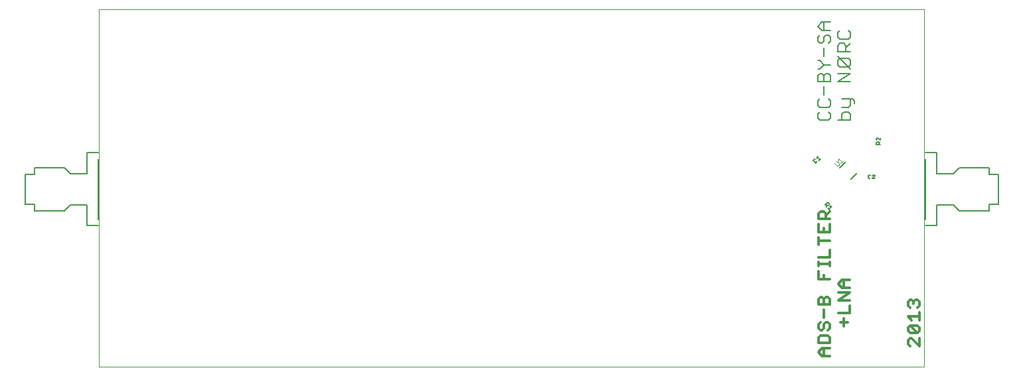
<source format=gto>
G75*
G70*
%OFA0B0*%
%FSLAX24Y24*%
%IPPOS*%
%LPD*%
%AMOC8*
5,1,8,0,0,1.08239X$1,22.5*
%
%ADD10C,0.0000*%
%ADD11C,0.0060*%
%ADD12C,0.0130*%
%ADD13C,0.0080*%
%ADD14C,0.0020*%
%ADD15C,0.0050*%
D10*
X003851Y000105D02*
X003851Y018100D01*
X045288Y018100D01*
X045288Y000105D01*
X003851Y000105D01*
X003851Y006843D02*
X003851Y011243D01*
X045288Y011243D02*
X045288Y006843D01*
D11*
X041571Y012510D02*
X040930Y012510D01*
X041144Y012510D02*
X041144Y012830D01*
X041250Y012937D01*
X041464Y012937D01*
X041571Y012830D01*
X041571Y012510D01*
X040571Y012617D02*
X040571Y012830D01*
X040464Y012937D01*
X040464Y013155D02*
X040037Y013155D01*
X039930Y013261D01*
X039930Y013475D01*
X040037Y013582D01*
X040250Y013799D02*
X040250Y014226D01*
X040250Y014444D02*
X040250Y014764D01*
X040357Y014871D01*
X040464Y014871D01*
X040571Y014764D01*
X040571Y014444D01*
X039930Y014444D01*
X039930Y014764D01*
X040037Y014871D01*
X040144Y014871D01*
X040250Y014764D01*
X040037Y015088D02*
X040250Y015302D01*
X040571Y015302D01*
X040250Y015302D02*
X040037Y015515D01*
X039930Y015515D01*
X040250Y015733D02*
X040250Y016160D01*
X040144Y016377D02*
X040250Y016484D01*
X040250Y016698D01*
X040357Y016804D01*
X040464Y016804D01*
X040571Y016698D01*
X040571Y016484D01*
X040464Y016377D01*
X040144Y016377D02*
X040037Y016377D01*
X039930Y016484D01*
X039930Y016698D01*
X040037Y016804D01*
X040144Y017022D02*
X039930Y017235D01*
X040144Y017449D01*
X040571Y017449D01*
X040250Y017449D02*
X040250Y017022D01*
X040144Y017022D02*
X040571Y017022D01*
X040930Y016912D02*
X040930Y016699D01*
X041037Y016592D01*
X041464Y016592D01*
X041571Y016699D01*
X041571Y016912D01*
X041464Y017019D01*
X041037Y017019D02*
X040930Y016912D01*
X041037Y016375D02*
X041250Y016375D01*
X041357Y016268D01*
X041357Y015948D01*
X041357Y016161D02*
X041571Y016375D01*
X041037Y016375D02*
X040930Y016268D01*
X040930Y015948D01*
X041571Y015948D01*
X040930Y015729D02*
X041571Y015088D01*
X041464Y015195D02*
X041037Y015195D01*
X040930Y015302D01*
X040930Y015515D01*
X041037Y015622D01*
X041464Y015622D01*
X041571Y015515D01*
X041571Y015302D01*
X041464Y015195D01*
X041571Y014871D02*
X040930Y014871D01*
X040930Y014444D02*
X041571Y014871D01*
X041571Y014444D02*
X040930Y014444D01*
X040037Y015088D02*
X039930Y015088D01*
X040464Y013582D02*
X040571Y013475D01*
X040571Y013261D01*
X040464Y013155D01*
X040037Y012937D02*
X039930Y012830D01*
X039930Y012617D01*
X040037Y012510D01*
X040464Y012510D01*
X040571Y012617D01*
X041144Y013155D02*
X041464Y013155D01*
X041571Y013261D01*
X041571Y013582D01*
X041677Y013582D02*
X041784Y013475D01*
X041784Y013368D01*
X041677Y013582D02*
X041144Y013582D01*
D12*
X040536Y007926D02*
X040345Y007735D01*
X040345Y007830D02*
X040250Y007926D01*
X040060Y007926D01*
X039965Y007830D01*
X039965Y007545D01*
X040536Y007545D01*
X040345Y007545D02*
X040345Y007830D01*
X040536Y007281D02*
X040536Y006901D01*
X039965Y006901D01*
X039965Y007281D01*
X040250Y007091D02*
X040250Y006901D01*
X039965Y006636D02*
X039965Y006256D01*
X039965Y006446D02*
X040536Y006446D01*
X040536Y005992D02*
X040536Y005612D01*
X039965Y005612D01*
X039965Y005372D02*
X039965Y005182D01*
X039965Y005277D02*
X040536Y005277D01*
X040536Y005182D02*
X040536Y005372D01*
X039965Y004918D02*
X039965Y004537D01*
X040536Y004537D01*
X040250Y004537D02*
X040250Y004727D01*
X040965Y004294D02*
X041155Y004484D01*
X041536Y004484D01*
X041250Y004484D02*
X041250Y004104D01*
X041155Y004104D02*
X040965Y004294D01*
X041155Y004104D02*
X041536Y004104D01*
X041536Y003839D02*
X040965Y003839D01*
X040965Y003459D02*
X041536Y003839D01*
X040536Y003533D02*
X040536Y003248D01*
X039965Y003248D01*
X039965Y003533D01*
X040060Y003629D01*
X040155Y003629D01*
X040250Y003533D01*
X040250Y003248D01*
X040250Y002984D02*
X040250Y002604D01*
X040345Y002339D02*
X040250Y002244D01*
X040250Y002054D01*
X040155Y001959D01*
X040060Y001959D01*
X039965Y002054D01*
X039965Y002244D01*
X040060Y002339D01*
X040345Y002339D02*
X040441Y002339D01*
X040536Y002244D01*
X040536Y002054D01*
X040441Y001959D01*
X040441Y001695D02*
X040060Y001695D01*
X039965Y001600D01*
X039965Y001315D01*
X040536Y001315D01*
X040536Y001600D01*
X040441Y001695D01*
X041250Y002170D02*
X041250Y002550D01*
X040965Y002815D02*
X041536Y002815D01*
X041536Y003195D01*
X041536Y003459D02*
X040965Y003459D01*
X040536Y003533D02*
X040441Y003629D01*
X040345Y003629D01*
X040250Y003533D01*
X041060Y002360D02*
X041441Y002360D01*
X044465Y002100D02*
X044465Y001910D01*
X044560Y001815D01*
X044941Y001815D01*
X044560Y002195D01*
X044941Y002195D01*
X045036Y002100D01*
X045036Y001910D01*
X044941Y001815D01*
X045036Y001550D02*
X045036Y001170D01*
X044655Y001550D01*
X044560Y001550D01*
X044465Y001455D01*
X044465Y001265D01*
X044560Y001170D01*
X044465Y002100D02*
X044560Y002195D01*
X044655Y002459D02*
X044465Y002649D01*
X045036Y002649D01*
X045036Y002459D02*
X045036Y002839D01*
X044941Y003104D02*
X045036Y003199D01*
X045036Y003389D01*
X044941Y003484D01*
X044845Y003484D01*
X044750Y003389D01*
X044750Y003294D01*
X044750Y003389D02*
X044655Y003484D01*
X044560Y003484D01*
X044465Y003389D01*
X044465Y003199D01*
X044560Y003104D01*
X040536Y001050D02*
X040155Y001050D01*
X039965Y000860D01*
X040155Y000670D01*
X040536Y000670D01*
X040250Y000670D02*
X040250Y001050D01*
D13*
X045328Y007212D02*
X045898Y007212D01*
X045898Y008255D01*
X046745Y008255D01*
X047040Y007960D01*
X048536Y007960D01*
X048536Y008294D01*
X048999Y008294D01*
X048999Y009791D01*
X048536Y009791D01*
X048536Y010125D01*
X047040Y010125D01*
X046745Y009830D01*
X045898Y009830D01*
X045898Y010873D01*
X045328Y010873D01*
X045328Y010558D02*
X045328Y007527D01*
X041907Y009855D02*
X041601Y009548D01*
X041044Y010105D02*
X041350Y010412D01*
X003811Y010558D02*
X003811Y007527D01*
X003811Y007212D02*
X003240Y007212D01*
X003240Y008255D01*
X002394Y008255D01*
X002099Y007960D01*
X000603Y007960D01*
X000603Y008294D01*
X000140Y008294D01*
X000140Y009791D01*
X000603Y009791D01*
X000603Y010125D01*
X002099Y010125D01*
X002394Y009830D01*
X003240Y009830D01*
X003240Y010873D01*
X003811Y010873D01*
D14*
X040779Y010365D02*
X040909Y010235D01*
X040961Y010235D01*
X041013Y010287D01*
X041013Y010339D01*
X040883Y010468D01*
X040987Y010469D02*
X040987Y010573D01*
X041143Y010417D01*
X041091Y010365D02*
X041195Y010469D01*
D15*
X040091Y010561D02*
X039990Y010484D01*
X040041Y010523D02*
X039925Y010674D01*
X039913Y010585D01*
X039819Y010553D02*
X039775Y010559D01*
X039724Y010520D01*
X039719Y010475D01*
X039796Y010375D01*
X039840Y010369D01*
X039890Y010408D01*
X039896Y010452D01*
X042463Y009738D02*
X042463Y009612D01*
X042495Y009580D01*
X042558Y009580D01*
X042590Y009612D01*
X042684Y009580D02*
X042811Y009707D01*
X042811Y009738D01*
X042779Y009770D01*
X042716Y009770D01*
X042684Y009738D01*
X042590Y009738D02*
X042558Y009770D01*
X042495Y009770D01*
X042463Y009738D01*
X042684Y009580D02*
X042811Y009580D01*
X040497Y008311D02*
X040430Y008378D01*
X040295Y008244D01*
X040340Y008289D02*
X040407Y008221D01*
X040452Y008221D01*
X040497Y008266D01*
X040497Y008311D01*
X040385Y008244D02*
X040385Y008154D01*
X040451Y008088D02*
X040541Y007998D01*
X040496Y008043D02*
X040631Y008177D01*
X040541Y008177D01*
X042888Y011288D02*
X042888Y011383D01*
X042920Y011415D01*
X042983Y011415D01*
X043015Y011383D01*
X043015Y011288D01*
X043078Y011288D02*
X042888Y011288D01*
X043015Y011351D02*
X043078Y011415D01*
X043078Y011509D02*
X042951Y011636D01*
X042920Y011636D01*
X042888Y011604D01*
X042888Y011541D01*
X042920Y011509D01*
X043078Y011509D02*
X043078Y011636D01*
M02*

</source>
